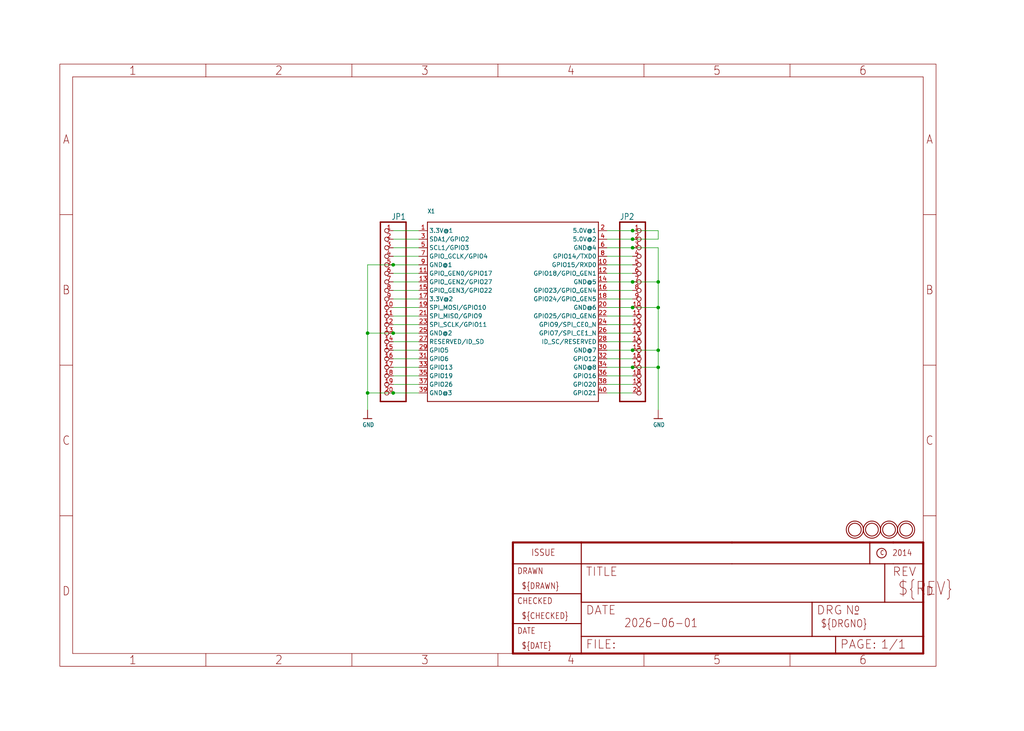
<source format=kicad_sch>
(kicad_sch (version 20230121) (generator eeschema)
  (paper "User" 304.267 217.322)
  (lib_symbols
    (symbol "working-eagle-import:FRAME_A4"
      (symbol "FRAME_A4_1_0"
        (polyline (pts (xy 0 44.7675) (xy 3.81 44.7675)))
        (polyline (pts (xy 0 89.535) (xy 3.81 89.535)))
        (polyline (pts (xy 0 134.3025) (xy 3.81 134.3025)))
        (polyline (pts (xy 3.81 3.81) (xy 3.81 175.26)))
        (polyline (pts (xy 43.3917 0) (xy 43.3917 3.81)))
        (polyline (pts (xy 43.3917 175.26) (xy 43.3917 179.07)))
        (polyline (pts (xy 86.7833 0) (xy 86.7833 3.81)))
        (polyline (pts (xy 86.7833 175.26) (xy 86.7833 179.07)))
        (polyline (pts (xy 130.175 0) (xy 130.175 3.81)))
        (polyline (pts (xy 130.175 175.26) (xy 130.175 179.07)))
        (polyline (pts (xy 173.5667 0) (xy 173.5667 3.81)))
        (polyline (pts (xy 173.5667 175.26) (xy 173.5667 179.07)))
        (polyline (pts (xy 216.9583 0) (xy 216.9583 3.81)))
        (polyline (pts (xy 216.9583 175.26) (xy 216.9583 179.07)))
        (polyline (pts (xy 256.54 3.81) (xy 3.81 3.81)))
        (polyline (pts (xy 256.54 3.81) (xy 256.54 8.89)) (stroke (width 0.1016)))
        (polyline (pts (xy 256.54 3.81) (xy 256.54 175.26)))
        (polyline (pts (xy 256.54 8.89) (xy 256.54 13.97)) (stroke (width 0.1016)))
        (polyline (pts (xy 256.54 13.97) (xy 256.54 19.05)) (stroke (width 0.1016)))
        (polyline (pts (xy 256.54 19.05) (xy 256.54 36.83)) (stroke (width 0.1016)))
        (polyline (pts (xy 256.54 44.7675) (xy 260.35 44.7675)))
        (polyline (pts (xy 256.54 89.535) (xy 260.35 89.535)))
        (polyline (pts (xy 256.54 134.3025) (xy 260.35 134.3025)))
        (polyline (pts (xy 256.54 175.26) (xy 3.81 175.26)))
        (polyline (pts (xy 0 0) (xy 260.35 0) (xy 260.35 179.07) (xy 0 179.07) (xy 0 0)))
        (text "1" (at 21.6958 1.905 0) (effects (font (size 2.54 2.286))))
        (text "1" (at 21.6958 177.165 0) (effects (font (size 2.54 2.286))))
        (text "2" (at 65.0875 1.905 0) (effects (font (size 2.54 2.286))))
        (text "2" (at 65.0875 177.165 0) (effects (font (size 2.54 2.286))))
        (text "3" (at 108.4792 1.905 0) (effects (font (size 2.54 2.286))))
        (text "3" (at 108.4792 177.165 0) (effects (font (size 2.54 2.286))))
        (text "4" (at 151.8708 1.905 0) (effects (font (size 2.54 2.286))))
        (text "4" (at 151.8708 177.165 0) (effects (font (size 2.54 2.286))))
        (text "5" (at 195.2625 1.905 0) (effects (font (size 2.54 2.286))))
        (text "5" (at 195.2625 177.165 0) (effects (font (size 2.54 2.286))))
        (text "6" (at 238.6542 1.905 0) (effects (font (size 2.54 2.286))))
        (text "6" (at 238.6542 177.165 0) (effects (font (size 2.54 2.286))))
        (text "A" (at 1.905 156.6863 0) (effects (font (size 2.54 2.286))))
        (text "A" (at 258.445 156.6863 0) (effects (font (size 2.54 2.286))))
        (text "B" (at 1.905 111.9188 0) (effects (font (size 2.54 2.286))))
        (text "B" (at 258.445 111.9188 0) (effects (font (size 2.54 2.286))))
        (text "C" (at 1.905 67.1513 0) (effects (font (size 2.54 2.286))))
        (text "C" (at 258.445 67.1513 0) (effects (font (size 2.54 2.286))))
        (text "D" (at 1.905 22.3838 0) (effects (font (size 2.54 2.286))))
        (text "D" (at 258.445 22.3838 0) (effects (font (size 2.54 2.286))))
      )
      (symbol "FRAME_A4_2_0"
        (polyline (pts (xy 0 1.27) (xy 20.32 1.27)) (stroke (width 0.6096)))
        (polyline (pts (xy 0 10.16) (xy 0 1.27)) (stroke (width 0.6096)))
        (polyline (pts (xy 0 10.16) (xy 20.32 10.16)) (stroke (width 0.3048)))
        (polyline (pts (xy 0 19.05) (xy 0 10.16)) (stroke (width 0.6096)))
        (polyline (pts (xy 0 19.05) (xy 20.32 19.05)) (stroke (width 0.3048)))
        (polyline (pts (xy 0 27.94) (xy 0 19.05)) (stroke (width 0.6096)))
        (polyline (pts (xy 0 27.94) (xy 20.32 27.94)) (stroke (width 0.3048)))
        (polyline (pts (xy 0 34.29) (xy 0 27.94)) (stroke (width 0.6096)))
        (polyline (pts (xy 20.32 1.27) (xy 20.32 6.35)) (stroke (width 0.3048)))
        (polyline (pts (xy 20.32 1.27) (xy 95.885 1.27)) (stroke (width 0.6096)))
        (polyline (pts (xy 20.32 6.35) (xy 20.32 10.16)) (stroke (width 0.3048)))
        (polyline (pts (xy 20.32 6.35) (xy 88.9 6.35)) (stroke (width 0.3048)))
        (polyline (pts (xy 20.32 10.16) (xy 20.32 19.05)) (stroke (width 0.3048)))
        (polyline (pts (xy 20.32 16.51) (xy 20.32 19.05)) (stroke (width 0.3048)))
        (polyline (pts (xy 20.32 19.05) (xy 20.32 27.94)) (stroke (width 0.3048)))
        (polyline (pts (xy 20.32 27.94) (xy 20.32 34.29)) (stroke (width 0.3048)))
        (polyline (pts (xy 20.32 27.94) (xy 65.0875 27.94)) (stroke (width 0.3048)))
        (polyline (pts (xy 20.32 34.29) (xy 0 34.29)) (stroke (width 0.6096)))
        (polyline (pts (xy 65.0875 27.94) (xy 106.045 27.94)) (stroke (width 0.3048)))
        (polyline (pts (xy 65.0875 34.29) (xy 20.32 34.29)) (stroke (width 0.6096)))
        (polyline (pts (xy 88.9 6.35) (xy 95.885 6.35)) (stroke (width 0.3048)))
        (polyline (pts (xy 88.9 16.51) (xy 20.32 16.51)) (stroke (width 0.3048)))
        (polyline (pts (xy 88.9 16.51) (xy 88.9 6.35)) (stroke (width 0.3048)))
        (polyline (pts (xy 95.885 1.27) (xy 121.92 1.27)) (stroke (width 0.6096)))
        (polyline (pts (xy 95.885 6.35) (xy 95.885 1.27)) (stroke (width 0.3048)))
        (polyline (pts (xy 95.885 6.35) (xy 121.92 6.35)) (stroke (width 0.3048)))
        (polyline (pts (xy 101.6 13.0175) (xy 102.5525 13.0175)) (stroke (width 0.254)))
        (polyline (pts (xy 106.045 27.94) (xy 106.045 34.29)) (stroke (width 0.3048)))
        (polyline (pts (xy 106.045 27.94) (xy 110.49 27.94)) (stroke (width 0.3048)))
        (polyline (pts (xy 106.045 34.29) (xy 65.0875 34.29)) (stroke (width 0.6096)))
        (polyline (pts (xy 110.49 16.51) (xy 88.9 16.51)) (stroke (width 0.3048)))
        (polyline (pts (xy 110.49 27.94) (xy 110.49 16.51)) (stroke (width 0.3048)))
        (polyline (pts (xy 110.49 27.94) (xy 113.03 27.94)) (stroke (width 0.3048)))
        (polyline (pts (xy 113.03 27.94) (xy 121.92 27.94)) (stroke (width 0.3048)))
        (polyline (pts (xy 113.03 34.29) (xy 106.045 34.29)) (stroke (width 0.6096)))
        (polyline (pts (xy 121.92 6.35) (xy 121.92 1.27)) (stroke (width 0.6096)))
        (polyline (pts (xy 121.92 16.51) (xy 110.49 16.51)) (stroke (width 0.3048)))
        (polyline (pts (xy 121.92 16.51) (xy 121.92 6.35)) (stroke (width 0.6096)))
        (polyline (pts (xy 121.92 27.94) (xy 121.92 16.51)) (stroke (width 0.6096)))
        (polyline (pts (xy 121.92 34.29) (xy 113.03 34.29)) (stroke (width 0.6096)))
        (polyline (pts (xy 121.92 34.29) (xy 121.92 27.94)) (stroke (width 0.6096)))
        (circle (center 109.5375 31.115) (radius 1.4199) (stroke (width 0.254)))
        (text "${#}/${##}" (at 109.22 2.54 0) (effects (font (size 2.54 2.54)) (justify left bottom)))
        (text "${CHECKED}" (at 2.54 11.43 0) (effects (font (size 1.778 1.5113)) (justify left bottom)))
        (text "${COMPANY}" (at 23.6538 29.3687 0) (effects (font (size 3.175 2.6987) (thickness 0.5397) bold) (justify left bottom)))
        (text "${CURRENT_DATE}" (at 33.02 8.89 0) (effects (font (size 2.54 2.159)) (justify left bottom)))
        (text "${DATE}" (at 2.54 2.54 0) (effects (font (size 1.778 1.5113)) (justify left bottom)))
        (text "${DRAWN}" (at 2.54 20.32 0) (effects (font (size 1.778 1.5113)) (justify left bottom)))
        (text "${DRGNO}" (at 91.44 8.89 0) (effects (font (size 2.1844 1.8567)) (justify left bottom)))
        (text "${PROJECTNAME}" (at 33.3375 2.54 0) (effects (font (size 2.54 2.159)) (justify left bottom)))
        (text "${REV}" (at 114.3 18.415 0) (effects (font (size 3.81 3.2385)) (justify left bottom)))
        (text "2014" (at 112.7125 30.1625 0) (effects (font (size 1.778 1.5113)) (justify left bottom)))
        (text "C" (at 109.0612 30.48 0) (effects (font (size 1.27 1.0795)) (justify left bottom)))
        (text "CHECKED" (at 1.27 15.875 0) (effects (font (size 1.778 1.5113)) (justify left bottom)))
        (text "DATE" (at 1.27 6.985 0) (effects (font (size 1.778 1.5113)) (justify left bottom)))
        (text "DATE" (at 21.59 12.7 0) (effects (font (size 2.54 2.54)) (justify left bottom)))
        (text "DRAWN" (at 1.27 24.765 0) (effects (font (size 1.778 1.5113)) (justify left bottom)))
        (text "DRG" (at 90.17 12.7 0) (effects (font (size 2.54 2.54)) (justify left bottom)))
        (text "FILE:" (at 21.59 2.54 0) (effects (font (size 2.54 2.54)) (justify left bottom)))
        (text "ISSUE" (at 5.3975 30.1625 0) (effects (font (size 1.9304 1.6408)) (justify left bottom)))
        (text "N" (at 98.7425 12.7 0) (effects (font (size 2.54 2.54)) (justify left bottom)))
        (text "o" (at 101.2825 13.6525 0) (effects (font (size 2.1844 1.8567)) (justify left bottom)))
        (text "PAGE:" (at 97.155 2.54 0) (effects (font (size 2.54 2.54)) (justify left bottom)))
        (text "REV" (at 112.7125 24.13 0) (effects (font (size 2.54 2.54)) (justify left bottom)))
        (text "TITLE" (at 21.59 24.13 0) (effects (font (size 2.54 2.54)) (justify left bottom)))
      )
    )
    (symbol "working-eagle-import:GND" (power)
      (property "Value" "GND" (at -1.524 -2.54 0))
      (symbol "GND_1_0"
        (polyline (pts (xy -1.27 0) (xy 1.27 0)) (stroke (width 0.254)))
        (pin power_in line (at 0 2.54 270) (length 2.54) (name "GND") (number "1"))
      )
    )
    (symbol "working-eagle-import:HEADER-1X20ROUND"
      (property "Reference" "JP" (at -6.35 26.035 0))
      (symbol "HEADER-1X20ROUND_1_0"
        (polyline (pts (xy -6.35 -27.94) (xy 1.27 -27.94)) (stroke (width 0.4064)))
        (polyline (pts (xy -6.35 25.4) (xy -6.35 -27.94)) (stroke (width 0.4064)))
        (polyline (pts (xy 1.27 -27.94) (xy 1.27 25.4)) (stroke (width 0.4064)))
        (polyline (pts (xy 1.27 25.4) (xy -6.35 25.4)) (stroke (width 0.4064)))
        (pin passive inverted (at -2.54 22.86 0) (length 2.54) (name "1") (number "1"))
        (pin passive inverted (at -2.54 0 0) (length 2.54) (name "10") (number "10"))
        (pin passive inverted (at -2.54 -2.54 0) (length 2.54) (name "11") (number "11"))
        (pin passive inverted (at -2.54 -5.08 0) (length 2.54) (name "12") (number "12"))
        (pin passive inverted (at -2.54 -7.62 0) (length 2.54) (name "13") (number "13"))
        (pin passive inverted (at -2.54 -10.16 0) (length 2.54) (name "14") (number "14"))
        (pin passive inverted (at -2.54 -12.7 0) (length 2.54) (name "15") (number "15"))
        (pin passive inverted (at -2.54 -15.24 0) (length 2.54) (name "16") (number "16"))
        (pin passive inverted (at -2.54 -17.78 0) (length 2.54) (name "17") (number "17"))
        (pin passive inverted (at -2.54 -20.32 0) (length 2.54) (name "18") (number "18"))
        (pin passive inverted (at -2.54 -22.86 0) (length 2.54) (name "19") (number "19"))
        (pin passive inverted (at -2.54 20.32 0) (length 2.54) (name "2") (number "2"))
        (pin passive inverted (at -2.54 -25.4 0) (length 2.54) (name "20") (number "20"))
        (pin passive inverted (at -2.54 17.78 0) (length 2.54) (name "3") (number "3"))
        (pin passive inverted (at -2.54 15.24 0) (length 2.54) (name "4") (number "4"))
        (pin passive inverted (at -2.54 12.7 0) (length 2.54) (name "5") (number "5"))
        (pin passive inverted (at -2.54 10.16 0) (length 2.54) (name "6") (number "6"))
        (pin passive inverted (at -2.54 7.62 0) (length 2.54) (name "7") (number "7"))
        (pin passive inverted (at -2.54 5.08 0) (length 2.54) (name "8") (number "8"))
        (pin passive inverted (at -2.54 2.54 0) (length 2.54) (name "9") (number "9"))
      )
    )
    (symbol "working-eagle-import:MOUNTINGHOLE2.5_THICK"
      (symbol "MOUNTINGHOLE2.5_THICK_1_0"
        (circle (center 0 0) (radius 1.905) (stroke (width 0.254)))
        (circle (center 0 0) (radius 2.54) (stroke (width 0.254)))
      )
    )
    (symbol "working-eagle-import:RASPBERRYPI_B+_IDC"
      (property "Reference" "X" (at -25.4 27.94 0))
      (symbol "RASPBERRYPI_B+_IDC_1_0"
        (polyline (pts (xy -25.4 -27.94) (xy -25.4 25.4)) (stroke (width 0.254)))
        (polyline (pts (xy -25.4 25.4) (xy 25.4 25.4)) (stroke (width 0.254)))
        (polyline (pts (xy 25.4 -27.94) (xy -25.4 -27.94)) (stroke (width 0.254)))
        (polyline (pts (xy 25.4 25.4) (xy 25.4 -27.94)) (stroke (width 0.254)))
        (pin power_in line (at -27.94 22.86 0) (length 2.54) (name "3.3V@1") (number "1"))
        (pin bidirectional line (at 27.94 12.7 180) (length 2.54) (name "GPIO15/RXD0") (number "10"))
        (pin bidirectional line (at -27.94 10.16 0) (length 2.54) (name "GPIO_GEN0/GPIO17") (number "11"))
        (pin bidirectional line (at 27.94 10.16 180) (length 2.54) (name "GPIO18/GPIO_GEN1") (number "12"))
        (pin bidirectional line (at -27.94 7.62 0) (length 2.54) (name "GPIO_GEN2/GPIO27") (number "13"))
        (pin power_in line (at 27.94 7.62 180) (length 2.54) (name "GND@5") (number "14"))
        (pin bidirectional line (at -27.94 5.08 0) (length 2.54) (name "GPIO_GEN3/GPIO22") (number "15"))
        (pin bidirectional line (at 27.94 5.08 180) (length 2.54) (name "GPIO23/GPIO_GEN4") (number "16"))
        (pin power_in line (at -27.94 2.54 0) (length 2.54) (name "3.3V@2") (number "17"))
        (pin bidirectional line (at 27.94 2.54 180) (length 2.54) (name "GPIO24/GPIO_GEN5") (number "18"))
        (pin bidirectional line (at -27.94 0 0) (length 2.54) (name "SPI_MOSI/GPIO10") (number "19"))
        (pin power_in line (at 27.94 22.86 180) (length 2.54) (name "5.0V@1") (number "2"))
        (pin power_in line (at 27.94 0 180) (length 2.54) (name "GND@6") (number "20"))
        (pin input line (at -27.94 -2.54 0) (length 2.54) (name "SPI_MISO/GPIO9") (number "21"))
        (pin bidirectional line (at 27.94 -2.54 180) (length 2.54) (name "GPIO25/GPIO_GEN6") (number "22"))
        (pin bidirectional line (at -27.94 -5.08 0) (length 2.54) (name "SPI_SCLK/GPIO11") (number "23"))
        (pin bidirectional line (at 27.94 -5.08 180) (length 2.54) (name "GPIO9/SPI_CE0_N") (number "24"))
        (pin power_in line (at -27.94 -7.62 0) (length 2.54) (name "GND@2") (number "25"))
        (pin bidirectional line (at 27.94 -7.62 180) (length 2.54) (name "GPIO7/SPI_CE1_N") (number "26"))
        (pin bidirectional line (at -27.94 -10.16 0) (length 2.54) (name "RESERVED/ID_SD") (number "27"))
        (pin bidirectional line (at 27.94 -10.16 180) (length 2.54) (name "ID_SC/RESERVED") (number "28"))
        (pin bidirectional line (at -27.94 -12.7 0) (length 2.54) (name "GPIO5") (number "29"))
        (pin bidirectional line (at -27.94 20.32 0) (length 2.54) (name "SDA1/GPIO2") (number "3"))
        (pin power_in line (at 27.94 -12.7 180) (length 2.54) (name "GND@7") (number "30"))
        (pin bidirectional line (at -27.94 -15.24 0) (length 2.54) (name "GPIO6") (number "31"))
        (pin bidirectional line (at 27.94 -15.24 180) (length 2.54) (name "GPIO12") (number "32"))
        (pin bidirectional line (at -27.94 -17.78 0) (length 2.54) (name "GPIO13") (number "33"))
        (pin power_in line (at 27.94 -17.78 180) (length 2.54) (name "GND@8") (number "34"))
        (pin bidirectional line (at -27.94 -20.32 0) (length 2.54) (name "GPIO19") (number "35"))
        (pin bidirectional line (at 27.94 -20.32 180) (length 2.54) (name "GPIO16") (number "36"))
        (pin bidirectional line (at -27.94 -22.86 0) (length 2.54) (name "GPIO26") (number "37"))
        (pin bidirectional line (at 27.94 -22.86 180) (length 2.54) (name "GPIO20") (number "38"))
        (pin power_in line (at -27.94 -25.4 0) (length 2.54) (name "GND@3") (number "39"))
        (pin power_in line (at 27.94 20.32 180) (length 2.54) (name "5.0V@2") (number "4"))
        (pin bidirectional line (at 27.94 -25.4 180) (length 2.54) (name "GPIO21") (number "40"))
        (pin bidirectional line (at -27.94 17.78 0) (length 2.54) (name "SCL1/GPIO3") (number "5"))
        (pin power_in line (at 27.94 17.78 180) (length 2.54) (name "GND@4") (number "6"))
        (pin bidirectional line (at -27.94 15.24 0) (length 2.54) (name "GPIO_GCLK/GPIO4") (number "7"))
        (pin bidirectional line (at 27.94 15.24 180) (length 2.54) (name "GPIO14/TXD0") (number "8"))
        (pin power_in line (at -27.94 12.7 0) (length 2.54) (name "GND@1") (number "9"))
      )
    )
  )
  (junction (at 195.58 83.82))
  (junction (at 195.58 109.22))
  (junction (at 187.96 104.14))
  (junction (at 109.22 116.84))
  (junction (at 109.22 99.06))
  (junction (at 116.84 99.06))
  (junction (at 187.96 71.12))
  (junction (at 187.96 83.82))
  (junction (at 187.96 68.58))
  (junction (at 187.96 91.44))
  (junction (at 195.58 91.44))
  (junction (at 195.58 104.14))
  (junction (at 187.96 109.22))
  (junction (at 116.84 116.84))
  (junction (at 187.96 73.66))
  (junction (at 116.84 78.74))
  (wire (pts (xy 187.96 104.14) (xy 195.58 104.14)) (stroke (width 0.1524)))
  (wire (pts (xy 187.96 83.82) (xy 180.34 83.82)) (stroke (width 0.1524)))
  (wire (pts (xy 116.84 96.52) (xy 124.46 96.52)) (stroke (width 0.1524)))
  (wire (pts (xy 187.96 81.28) (xy 180.34 81.28)) (stroke (width 0.1524)))
  (wire (pts (xy 187.96 106.68) (xy 180.34 106.68)) (stroke (width 0.1524)))
  (wire (pts (xy 195.58 71.12) (xy 187.96 71.12)) (stroke (width 0.1524)))
  (wire (pts (xy 116.84 86.36) (xy 124.46 86.36)) (stroke (width 0.1524)))
  (wire (pts (xy 187.96 73.66) (xy 180.34 73.66)) (stroke (width 0.1524)))
  (wire (pts (xy 187.96 78.74) (xy 180.34 78.74)) (stroke (width 0.1524)))
  (wire (pts (xy 116.84 99.06) (xy 124.46 99.06)) (stroke (width 0.1524)))
  (wire (pts (xy 116.84 78.74) (xy 124.46 78.74)) (stroke (width 0.1524)))
  (wire (pts (xy 116.84 116.84) (xy 124.46 116.84)) (stroke (width 0.1524)))
  (wire (pts (xy 116.84 116.84) (xy 109.22 116.84)) (stroke (width 0.1524)))
  (wire (pts (xy 187.96 86.36) (xy 180.34 86.36)) (stroke (width 0.1524)))
  (wire (pts (xy 187.96 68.58) (xy 180.34 68.58)) (stroke (width 0.1524)))
  (wire (pts (xy 116.84 73.66) (xy 124.46 73.66)) (stroke (width 0.1524)))
  (wire (pts (xy 187.96 111.76) (xy 180.34 111.76)) (stroke (width 0.1524)))
  (wire (pts (xy 116.84 109.22) (xy 124.46 109.22)) (stroke (width 0.1524)))
  (wire (pts (xy 116.84 114.3) (xy 124.46 114.3)) (stroke (width 0.1524)))
  (wire (pts (xy 116.84 93.98) (xy 124.46 93.98)) (stroke (width 0.1524)))
  (wire (pts (xy 109.22 78.74) (xy 109.22 99.06)) (stroke (width 0.1524)))
  (wire (pts (xy 195.58 83.82) (xy 195.58 91.44)) (stroke (width 0.1524)))
  (wire (pts (xy 116.84 99.06) (xy 109.22 99.06)) (stroke (width 0.1524)))
  (wire (pts (xy 109.22 99.06) (xy 109.22 116.84)) (stroke (width 0.1524)))
  (wire (pts (xy 187.96 114.3) (xy 180.34 114.3)) (stroke (width 0.1524)))
  (wire (pts (xy 187.96 93.98) (xy 180.34 93.98)) (stroke (width 0.1524)))
  (wire (pts (xy 187.96 99.06) (xy 180.34 99.06)) (stroke (width 0.1524)))
  (wire (pts (xy 116.84 81.28) (xy 124.46 81.28)) (stroke (width 0.1524)))
  (wire (pts (xy 187.96 96.52) (xy 180.34 96.52)) (stroke (width 0.1524)))
  (wire (pts (xy 195.58 73.66) (xy 195.58 83.82)) (stroke (width 0.1524)))
  (wire (pts (xy 187.96 91.44) (xy 180.34 91.44)) (stroke (width 0.1524)))
  (wire (pts (xy 187.96 116.84) (xy 180.34 116.84)) (stroke (width 0.1524)))
  (wire (pts (xy 187.96 73.66) (xy 195.58 73.66)) (stroke (width 0.1524)))
  (wire (pts (xy 187.96 71.12) (xy 180.34 71.12)) (stroke (width 0.1524)))
  (wire (pts (xy 116.84 68.58) (xy 124.46 68.58)) (stroke (width 0.1524)))
  (wire (pts (xy 116.84 71.12) (xy 124.46 71.12)) (stroke (width 0.1524)))
  (wire (pts (xy 187.96 109.22) (xy 195.58 109.22)) (stroke (width 0.1524)))
  (wire (pts (xy 116.84 111.76) (xy 124.46 111.76)) (stroke (width 0.1524)))
  (wire (pts (xy 116.84 106.68) (xy 124.46 106.68)) (stroke (width 0.1524)))
  (wire (pts (xy 116.84 83.82) (xy 124.46 83.82)) (stroke (width 0.1524)))
  (wire (pts (xy 187.96 88.9) (xy 180.34 88.9)) (stroke (width 0.1524)))
  (wire (pts (xy 116.84 78.74) (xy 109.22 78.74)) (stroke (width 0.1524)))
  (wire (pts (xy 187.96 101.6) (xy 180.34 101.6)) (stroke (width 0.1524)))
  (wire (pts (xy 116.84 101.6) (xy 124.46 101.6)) (stroke (width 0.1524)))
  (wire (pts (xy 116.84 88.9) (xy 124.46 88.9)) (stroke (width 0.1524)))
  (wire (pts (xy 187.96 91.44) (xy 195.58 91.44)) (stroke (width 0.1524)))
  (wire (pts (xy 116.84 104.14) (xy 124.46 104.14)) (stroke (width 0.1524)))
  (wire (pts (xy 195.58 104.14) (xy 195.58 109.22)) (stroke (width 0.1524)))
  (wire (pts (xy 187.96 104.14) (xy 180.34 104.14)) (stroke (width 0.1524)))
  (wire (pts (xy 116.84 91.44) (xy 124.46 91.44)) (stroke (width 0.1524)))
  (wire (pts (xy 116.84 76.2) (xy 124.46 76.2)) (stroke (width 0.1524)))
  (wire (pts (xy 187.96 76.2) (xy 180.34 76.2)) (stroke (width 0.1524)))
  (wire (pts (xy 187.96 68.58) (xy 195.58 68.58)) (stroke (width 0.1524)))
  (wire (pts (xy 187.96 83.82) (xy 195.58 83.82)) (stroke (width 0.1524)))
  (wire (pts (xy 195.58 109.22) (xy 195.58 121.92)) (stroke (width 0.1524)))
  (wire (pts (xy 187.96 109.22) (xy 180.34 109.22)) (stroke (width 0.1524)))
  (wire (pts (xy 195.58 91.44) (xy 195.58 104.14)) (stroke (width 0.1524)))
  (wire (pts (xy 109.22 116.84) (xy 109.22 121.92)) (stroke (width 0.1524)))
  (wire (pts (xy 195.58 68.58) (xy 195.58 71.12)) (stroke (width 0.1524)))
  (symbol (lib_id "working-eagle-import:FRAME_A4") (at 152.4 195.58 0) (unit 2)
    (property "Reference" "#FRAME1" (effects hide))
    (property "Value" "FRAME_A4" (effects hide))
  )
  (symbol (lib_id "working-eagle-import:HEADER-1X20ROUND") (at 114.3 91.44 0) (mirror y) (unit 1)
    (property "Reference" "JP1" (at 120.65 65.405 0) (effects (font (size 1.778 1.5113)) (justify left bottom)))
    (property "Value" "HEADER-1X20ROUND" (effects hide))
    (property "Footprint" "working:1X20_ROUND" (effects hide))
  )
  (symbol (lib_id "working-eagle-import:HEADER-1X20ROUND") (at 190.5 91.44 0) (unit 1)
    (property "Reference" "JP2" (at 184.15 65.405 0) (effects (font (size 1.778 1.5113)) (justify left bottom)))
    (property "Value" "HEADER-1X20ROUND" (effects hide))
    (property "Footprint" "working:1X20_ROUND" (effects hide))
  )
  (symbol (lib_id "working-eagle-import:MOUNTINGHOLE2.5_THICK") (at 259.08 157.48 0) (unit 1)
    (property "Reference" "U$4" (effects hide))
    (property "Value" "MOUNTINGHOLE2.5_THICK" (effects hide))
    (property "Footprint" "working:MOUNTINGHOLE_2.5_PLATED_THICK" (effects hide))
  )
  (symbol (lib_id "working-eagle-import:MOUNTINGHOLE2.5_THICK") (at 269.24 157.48 0) (unit 1)
    (property "Reference" "U$1" (effects hide))
    (property "Value" "MOUNTINGHOLE2.5_THICK" (effects hide))
    (property "Footprint" "working:MOUNTINGHOLE_2.5_PLATED_THICK" (effects hide))
  )
  (symbol (lib_id "working-eagle-import:GND") (at 195.58 124.46 0) (unit 1)
    (property "Reference" "#U$7" (effects hide))
    (property "Value" "GND" (at 194.056 127 0) (effects (font (size 1.27 1.0795)) (justify left bottom)))
  )
  (symbol (lib_id "working-eagle-import:MOUNTINGHOLE2.5_THICK") (at 254 157.48 0) (unit 1)
    (property "Reference" "U$2" (effects hide))
    (property "Value" "MOUNTINGHOLE2.5_THICK" (effects hide))
    (property "Footprint" "working:MOUNTINGHOLE_2.5_PLATED_THICK" (effects hide))
  )
  (symbol (lib_id "working-eagle-import:FRAME_A4") (at 17.78 198.12 0) (unit 1)
    (property "Reference" "#FRAME1" (effects hide))
    (property "Value" "FRAME_A4" (effects hide))
  )
  (symbol (lib_id "working-eagle-import:MOUNTINGHOLE2.5_THICK") (at 264.16 157.48 0) (unit 1)
    (property "Reference" "U$3" (effects hide))
    (property "Value" "MOUNTINGHOLE2.5_THICK" (effects hide))
    (property "Footprint" "working:MOUNTINGHOLE_2.5_PLATED_THICK" (effects hide))
  )
  (symbol (lib_id "working-eagle-import:GND") (at 109.22 124.46 0) (unit 1)
    (property "Reference" "#U$6" (effects hide))
    (property "Value" "GND" (at 107.696 127 0) (effects (font (size 1.27 1.0795)) (justify left bottom)))
  )
  (symbol (lib_id "working-eagle-import:RASPBERRYPI_B+_IDC") (at 152.4 91.44 0) (unit 1)
    (property "Reference" "X1" (at 127 63.5 0) (effects (font (size 1.27 1.0795)) (justify left bottom)))
    (property "Value" "RASPBERRYPI_B+_IDC" (effects hide))
    (property "Footprint" "working:RASPBERRYPI_B+_IDC" (effects hide))
  )
)
</source>
